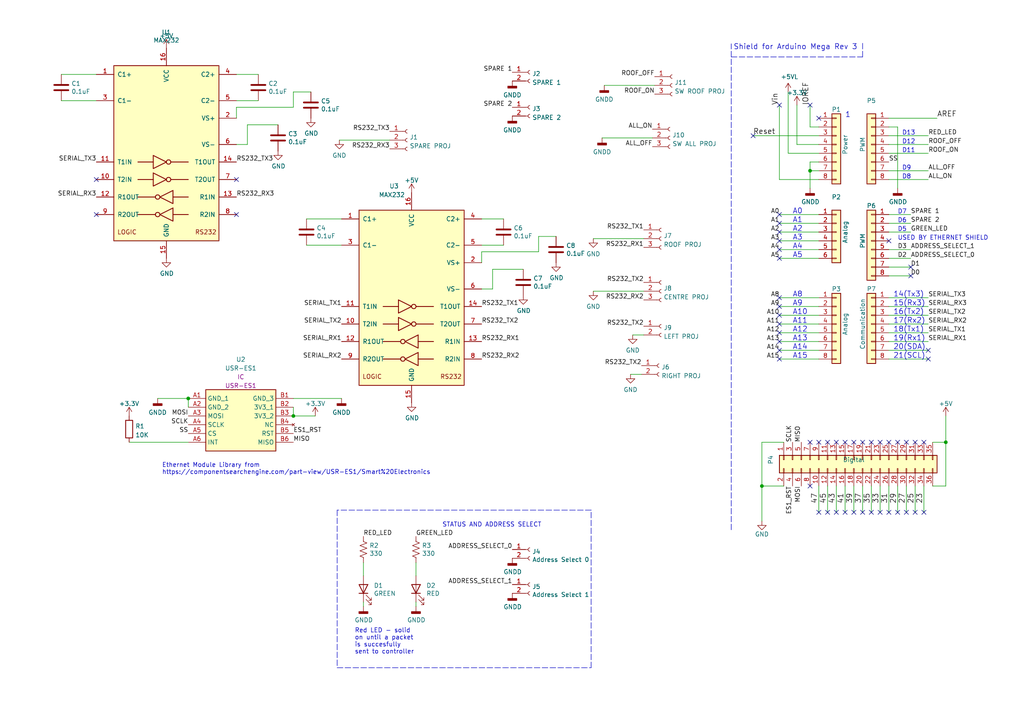
<source format=kicad_sch>
(kicad_sch (version 20211123) (generator eeschema)
  (paper "A4")
  (title_block (date "mar. 31 mars 2015"))
  (lib_symbols
    (symbol "Connector:Conn_01x02_Female" (pin_names (offset 1.016) hide)
      (property "Reference" "J" (at 0 2.54 0))
      (property "Value" "Conn_01x02_Female" (at 0 -5.08 0))
      (symbol "Conn_01x02_Female_1_1"
        (arc (start 0 -2.032) (mid -0.508 -2.54) (end 0 -3.048) (stroke (width 0.1524)))
        (polyline (pts (xy -1.27 -2.54) (xy -0.508 -2.54)) (stroke (width 0.1524)))
        (polyline (pts (xy -1.27 0) (xy -0.508 0)) (stroke (width 0.1524)))
        (arc (start 0 0.508) (mid -0.508 0) (end 0 -0.508) (stroke (width 0.1524)))
        (pin passive line (at -5.08 0 0) (length 3.81) (name "Pin_1") (number "1"))
        (pin passive line (at -5.08 -2.54 0) (length 3.81) (name "Pin_2") (number "2"))
      )
    )
    (symbol "Connector:Conn_01x03_Female" (pin_names (offset 1.016) hide)
      (property "Reference" "J" (at 0 5.08 0))
      (property "Value" "Conn_01x03_Female" (at 0 -5.08 0))
      (symbol "Conn_01x03_Female_1_1"
        (arc (start 0 -2.032) (mid -0.508 -2.54) (end 0 -3.048) (stroke (width 0.1524)))
        (polyline (pts (xy -1.27 -2.54) (xy -0.508 -2.54)) (stroke (width 0.1524)))
        (polyline (pts (xy -1.27 0) (xy -0.508 0)) (stroke (width 0.1524)))
        (polyline (pts (xy -1.27 2.54) (xy -0.508 2.54)) (stroke (width 0.1524)))
        (arc (start 0 0.508) (mid -0.508 0) (end 0 -0.508) (stroke (width 0.1524)))
        (arc (start 0 3.048) (mid -0.508 2.54) (end 0 2.032) (stroke (width 0.1524)))
        (pin passive line (at -5.08 2.54 0) (length 3.81) (name "Pin_1") (number "1"))
        (pin passive line (at -5.08 0 0) (length 3.81) (name "Pin_2") (number "2"))
        (pin passive line (at -5.08 -2.54 0) (length 3.81) (name "Pin_3") (number "3"))
      )
    )
    (symbol "Connector_Generic:Conn_01x06" (pin_names (offset 1.016) hide)
      (property "Reference" "J" (at 0 7.62 0))
      (property "Value" "Conn_01x06" (at 0 -10.16 0))
      (symbol "Conn_01x06_1_1"
        (rectangle (start -1.27 -7.493) (end 0 -7.747) (stroke (width 0.1524)))
        (rectangle (start -1.27 -4.953) (end 0 -5.207) (stroke (width 0.1524)))
        (rectangle (start -1.27 -2.413) (end 0 -2.667) (stroke (width 0.1524)))
        (rectangle (start -1.27 0.127) (end 0 -0.127) (stroke (width 0.1524)))
        (rectangle (start -1.27 2.667) (end 0 2.413) (stroke (width 0.1524)))
        (rectangle (start -1.27 5.207) (end 0 4.953) (stroke (width 0.1524)))
        (rectangle (start -1.27 6.35) (end 1.27 -8.89) (stroke (width 0.254)) (fill (type background)))
        (pin passive line (at -5.08 5.08 0) (length 3.81) (name "Pin_1") (number "1"))
        (pin passive line (at -5.08 2.54 0) (length 3.81) (name "Pin_2") (number "2"))
        (pin passive line (at -5.08 0 0) (length 3.81) (name "Pin_3") (number "3"))
        (pin passive line (at -5.08 -2.54 0) (length 3.81) (name "Pin_4") (number "4"))
        (pin passive line (at -5.08 -5.08 0) (length 3.81) (name "Pin_5") (number "5"))
        (pin passive line (at -5.08 -7.62 0) (length 3.81) (name "Pin_6") (number "6"))
      )
    )
    (symbol "Connector_Generic:Conn_01x08" (pin_names (offset 1.016) hide)
      (property "Reference" "J" (at 0 10.16 0))
      (property "Value" "Conn_01x08" (at 0 -12.7 0))
      (symbol "Conn_01x08_1_1"
        (rectangle (start -1.27 -10.033) (end 0 -10.287) (stroke (width 0.1524)))
        (rectangle (start -1.27 -7.493) (end 0 -7.747) (stroke (width 0.1524)))
        (rectangle (start -1.27 -4.953) (end 0 -5.207) (stroke (width 0.1524)))
        (rectangle (start -1.27 -2.413) (end 0 -2.667) (stroke (width 0.1524)))
        (rectangle (start -1.27 0.127) (end 0 -0.127) (stroke (width 0.1524)))
        (rectangle (start -1.27 2.667) (end 0 2.413) (stroke (width 0.1524)))
        (rectangle (start -1.27 5.207) (end 0 4.953) (stroke (width 0.1524)))
        (rectangle (start -1.27 7.747) (end 0 7.493) (stroke (width 0.1524)))
        (rectangle (start -1.27 8.89) (end 1.27 -11.43) (stroke (width 0.254)) (fill (type background)))
        (pin passive line (at -5.08 7.62 0) (length 3.81) (name "Pin_1") (number "1"))
        (pin passive line (at -5.08 5.08 0) (length 3.81) (name "Pin_2") (number "2"))
        (pin passive line (at -5.08 2.54 0) (length 3.81) (name "Pin_3") (number "3"))
        (pin passive line (at -5.08 0 0) (length 3.81) (name "Pin_4") (number "4"))
        (pin passive line (at -5.08 -2.54 0) (length 3.81) (name "Pin_5") (number "5"))
        (pin passive line (at -5.08 -5.08 0) (length 3.81) (name "Pin_6") (number "6"))
        (pin passive line (at -5.08 -7.62 0) (length 3.81) (name "Pin_7") (number "7"))
        (pin passive line (at -5.08 -10.16 0) (length 3.81) (name "Pin_8") (number "8"))
      )
    )
    (symbol "Connector_Generic:Conn_02x18_Odd_Even" (pin_names (offset 1.016) hide)
      (property "Reference" "J" (at 1.27 22.86 0))
      (property "Value" "Conn_02x18_Odd_Even" (at 1.27 -25.4 0))
      (symbol "Conn_02x18_Odd_Even_1_1"
        (rectangle (start -1.27 -22.733) (end 0 -22.987) (stroke (width 0.1524)))
        (rectangle (start -1.27 -20.193) (end 0 -20.447) (stroke (width 0.1524)))
        (rectangle (start -1.27 -17.653) (end 0 -17.907) (stroke (width 0.1524)))
        (rectangle (start -1.27 -15.113) (end 0 -15.367) (stroke (width 0.1524)))
        (rectangle (start -1.27 -12.573) (end 0 -12.827) (stroke (width 0.1524)))
        (rectangle (start -1.27 -10.033) (end 0 -10.287) (stroke (width 0.1524)))
        (rectangle (start -1.27 -7.493) (end 0 -7.747) (stroke (width 0.1524)))
        (rectangle (start -1.27 -4.953) (end 0 -5.207) (stroke (width 0.1524)))
        (rectangle (start -1.27 -2.413) (end 0 -2.667) (stroke (width 0.1524)))
        (rectangle (start -1.27 0.127) (end 0 -0.127) (stroke (width 0.1524)))
        (rectangle (start -1.27 2.667) (end 0 2.413) (stroke (width 0.1524)))
        (rectangle (start -1.27 5.207) (end 0 4.953) (stroke (width 0.1524)))
        (rectangle (start -1.27 7.747) (end 0 7.493) (stroke (width 0.1524)))
        (rectangle (start -1.27 10.287) (end 0 10.033) (stroke (width 0.1524)))
        (rectangle (start -1.27 12.827) (end 0 12.573) (stroke (width 0.1524)))
        (rectangle (start -1.27 15.367) (end 0 15.113) (stroke (width 0.1524)))
        (rectangle (start -1.27 17.907) (end 0 17.653) (stroke (width 0.1524)))
        (rectangle (start -1.27 20.447) (end 0 20.193) (stroke (width 0.1524)))
        (rectangle (start -1.27 21.59) (end 3.81 -24.13) (stroke (width 0.254)) (fill (type background)))
        (rectangle (start 3.81 -22.733) (end 2.54 -22.987) (stroke (width 0.1524)))
        (rectangle (start 3.81 -20.193) (end 2.54 -20.447) (stroke (width 0.1524)))
        (rectangle (start 3.81 -17.653) (end 2.54 -17.907) (stroke (width 0.1524)))
        (rectangle (start 3.81 -15.113) (end 2.54 -15.367) (stroke (width 0.1524)))
        (rectangle (start 3.81 -12.573) (end 2.54 -12.827) (stroke (width 0.1524)))
        (rectangle (start 3.81 -10.033) (end 2.54 -10.287) (stroke (width 0.1524)))
        (rectangle (start 3.81 -7.493) (end 2.54 -7.747) (stroke (width 0.1524)))
        (rectangle (start 3.81 -4.953) (end 2.54 -5.207) (stroke (width 0.1524)))
        (rectangle (start 3.81 -2.413) (end 2.54 -2.667) (stroke (width 0.1524)))
        (rectangle (start 3.81 0.127) (end 2.54 -0.127) (stroke (width 0.1524)))
        (rectangle (start 3.81 2.667) (end 2.54 2.413) (stroke (width 0.1524)))
        (rectangle (start 3.81 5.207) (end 2.54 4.953) (stroke (width 0.1524)))
        (rectangle (start 3.81 7.747) (end 2.54 7.493) (stroke (width 0.1524)))
        (rectangle (start 3.81 10.287) (end 2.54 10.033) (stroke (width 0.1524)))
        (rectangle (start 3.81 12.827) (end 2.54 12.573) (stroke (width 0.1524)))
        (rectangle (start 3.81 15.367) (end 2.54 15.113) (stroke (width 0.1524)))
        (rectangle (start 3.81 17.907) (end 2.54 17.653) (stroke (width 0.1524)))
        (rectangle (start 3.81 20.447) (end 2.54 20.193) (stroke (width 0.1524)))
        (pin passive line (at -5.08 20.32 0) (length 3.81) (name "Pin_1") (number "1"))
        (pin passive line (at 7.62 10.16 180) (length 3.81) (name "Pin_10") (number "10"))
        (pin passive line (at -5.08 7.62 0) (length 3.81) (name "Pin_11") (number "11"))
        (pin passive line (at 7.62 7.62 180) (length 3.81) (name "Pin_12") (number "12"))
        (pin passive line (at -5.08 5.08 0) (length 3.81) (name "Pin_13") (number "13"))
        (pin passive line (at 7.62 5.08 180) (length 3.81) (name "Pin_14") (number "14"))
        (pin passive line (at -5.08 2.54 0) (length 3.81) (name "Pin_15") (number "15"))
        (pin passive line (at 7.62 2.54 180) (length 3.81) (name "Pin_16") (number "16"))
        (pin passive line (at -5.08 0 0) (length 3.81) (name "Pin_17") (number "17"))
        (pin passive line (at 7.62 0 180) (length 3.81) (name "Pin_18") (number "18"))
        (pin passive line (at -5.08 -2.54 0) (length 3.81) (name "Pin_19") (number "19"))
        (pin passive line (at 7.62 20.32 180) (length 3.81) (name "Pin_2") (number "2"))
        (pin passive line (at 7.62 -2.54 180) (length 3.81) (name "Pin_20") (number "20"))
        (pin passive line (at -5.08 -5.08 0) (length 3.81) (name "Pin_21") (number "21"))
        (pin passive line (at 7.62 -5.08 180) (length 3.81) (name "Pin_22") (number "22"))
        (pin passive line (at -5.08 -7.62 0) (length 3.81) (name "Pin_23") (number "23"))
        (pin passive line (at 7.62 -7.62 180) (length 3.81) (name "Pin_24") (number "24"))
        (pin passive line (at -5.08 -10.16 0) (length 3.81) (name "Pin_25") (number "25"))
        (pin passive line (at 7.62 -10.16 180) (length 3.81) (name "Pin_26") (number "26"))
        (pin passive line (at -5.08 -12.7 0) (length 3.81) (name "Pin_27") (number "27"))
        (pin passive line (at 7.62 -12.7 180) (length 3.81) (name "Pin_28") (number "28"))
        (pin passive line (at -5.08 -15.24 0) (length 3.81) (name "Pin_29") (number "29"))
        (pin passive line (at -5.08 17.78 0) (length 3.81) (name "Pin_3") (number "3"))
        (pin passive line (at 7.62 -15.24 180) (length 3.81) (name "Pin_30") (number "30"))
        (pin passive line (at -5.08 -17.78 0) (length 3.81) (name "Pin_31") (number "31"))
        (pin passive line (at 7.62 -17.78 180) (length 3.81) (name "Pin_32") (number "32"))
        (pin passive line (at -5.08 -20.32 0) (length 3.81) (name "Pin_33") (number "33"))
        (pin passive line (at 7.62 -20.32 180) (length 3.81) (name "Pin_34") (number "34"))
        (pin passive line (at -5.08 -22.86 0) (length 3.81) (name "Pin_35") (number "35"))
        (pin passive line (at 7.62 -22.86 180) (length 3.81) (name "Pin_36") (number "36"))
        (pin passive line (at 7.62 17.78 180) (length 3.81) (name "Pin_4") (number "4"))
        (pin passive line (at -5.08 15.24 0) (length 3.81) (name "Pin_5") (number "5"))
        (pin passive line (at 7.62 15.24 180) (length 3.81) (name "Pin_6") (number "6"))
        (pin passive line (at -5.08 12.7 0) (length 3.81) (name "Pin_7") (number "7"))
        (pin passive line (at 7.62 12.7 180) (length 3.81) (name "Pin_8") (number "8"))
        (pin passive line (at -5.08 10.16 0) (length 3.81) (name "Pin_9") (number "9"))
      )
    )
    (symbol "Device:C" (pin_numbers hide) (pin_names (offset 0.254))
      (property "Reference" "C" (at 0.635 2.54 0))
      (property "Value" "C" (at 0.635 -2.54 0))
      (symbol "C_0_1"
        (polyline (pts (xy -2.032 -0.762) (xy 2.032 -0.762)) (stroke (width 0.508)))
        (polyline (pts (xy -2.032 0.762) (xy 2.032 0.762)) (stroke (width 0.508)))
      )
      (symbol "C_1_1"
        (pin passive line (at 0 3.81 270) (length 2.794) (name "~") (number "1"))
        (pin passive line (at 0 -3.81 90) (length 2.794) (name "~") (number "2"))
      )
    )
    (symbol "Device:LED" (pin_numbers hide) (pin_names (offset 1.016) hide)
      (property "Reference" "D" (at 0 2.54 0))
      (property "Value" "LED" (at 0 -2.54 0))
      (symbol "LED_0_1"
        (polyline (pts (xy -1.27 -1.27) (xy -1.27 1.27)) (stroke (width 0.254)))
        (polyline (pts (xy -1.27 0) (xy 1.27 0)))
        (polyline (pts (xy 1.27 -1.27) (xy 1.27 1.27) (xy -1.27 0) (xy 1.27 -1.27)) (stroke (width 0.254)))
        (polyline (pts (xy -3.048 -0.762) (xy -4.572 -2.286) (xy -3.81 -2.286) (xy -4.572 -2.286) (xy -4.572 -1.524)))
        (polyline (pts (xy -1.778 -0.762) (xy -3.302 -2.286) (xy -2.54 -2.286) (xy -3.302 -2.286) (xy -3.302 -1.524)))
      )
      (symbol "LED_1_1"
        (pin passive line (at -3.81 0 0) (length 2.54) (name "K") (number "1"))
        (pin passive line (at 3.81 0 180) (length 2.54) (name "A") (number "2"))
      )
    )
    (symbol "Device:R" (pin_numbers hide) (pin_names (offset 0))
      (property "Reference" "R" (at 2.032 0 90))
      (property "Value" "R" (at 0 0 90))
      (symbol "R_0_1"
        (rectangle (start -1.016 -2.54) (end 1.016 2.54) (stroke (width 0.254)))
      )
      (symbol "R_1_1"
        (pin passive line (at 0 3.81 270) (length 1.27) (name "~") (number "1"))
        (pin passive line (at 0 -3.81 90) (length 1.27) (name "~") (number "2"))
      )
    )
    (symbol "Device:R_US" (pin_numbers hide) (pin_names (offset 0))
      (property "Reference" "R" (at 2.54 0 90))
      (property "Value" "R_US" (at -2.54 0 90))
      (symbol "R_US_0_1"
        (polyline (pts (xy 0 -2.286) (xy 0 -2.54)))
        (polyline (pts (xy 0 2.286) (xy 0 2.54)))
        (polyline (pts (xy 0 -0.762) (xy 1.016 -1.143) (xy 0 -1.524) (xy -1.016 -1.905) (xy 0 -2.286)))
        (polyline (pts (xy 0 0.762) (xy 1.016 0.381) (xy 0 0) (xy -1.016 -0.381) (xy 0 -0.762)))
        (polyline (pts (xy 0 2.286) (xy 1.016 1.905) (xy 0 1.524) (xy -1.016 1.143) (xy 0 0.762)))
      )
      (symbol "R_US_1_1"
        (pin passive line (at 0 3.81 270) (length 1.27) (name "~") (number "1"))
        (pin passive line (at 0 -3.81 90) (length 1.27) (name "~") (number "2"))
      )
    )
    (symbol "Interface_UART:MAX232" (pin_names (offset 1.016))
      (property "Reference" "U" (at -2.54 28.575 0))
      (property "Value" "MAX232" (at -2.54 26.67 0))
      (symbol "MAX232_0_0"
        (text "LOGIC" (at -11.43 -22.86 0) (effects (font (size 1.27 1.27))))
        (text "RS232" (at 11.43 -22.86 0) (effects (font (size 1.27 1.27))))
      )
      (symbol "MAX232_0_1"
        (rectangle (start -15.24 -25.4) (end 15.24 25.4) (stroke (width 0.254)) (fill (type background)))
        (circle (center -2.54 -17.78) (radius 0.635) (stroke (width 0.254)))
        (circle (center -2.54 -12.7) (radius 0.635) (stroke (width 0.254)))
        (polyline (pts (xy -3.81 -7.62) (xy -8.255 -7.62)) (stroke (width 0.254)))
        (polyline (pts (xy -3.81 -2.54) (xy -8.255 -2.54)) (stroke (width 0.254)))
        (polyline (pts (xy -3.175 -17.78) (xy -8.255 -17.78)) (stroke (width 0.254)))
        (polyline (pts (xy -3.175 -12.7) (xy -8.255 -12.7)) (stroke (width 0.254)))
        (polyline (pts (xy 1.27 -7.62) (xy 6.35 -7.62)) (stroke (width 0.254)))
        (polyline (pts (xy 1.27 -2.54) (xy 6.35 -2.54)) (stroke (width 0.254)))
        (polyline (pts (xy 1.905 -17.78) (xy 6.35 -17.78)) (stroke (width 0.254)))
        (polyline (pts (xy 1.905 -12.7) (xy 6.35 -12.7)) (stroke (width 0.254)))
        (polyline (pts (xy -3.81 -5.715) (xy -3.81 -9.525) (xy 0 -7.62) (xy -3.81 -5.715)) (stroke (width 0.254)))
        (polyline (pts (xy -3.81 -0.635) (xy -3.81 -4.445) (xy 0 -2.54) (xy -3.81 -0.635)) (stroke (width 0.254)))
        (polyline (pts (xy 1.905 -15.875) (xy 1.905 -19.685) (xy -1.905 -17.78) (xy 1.905 -15.875)) (stroke (width 0.254)))
        (polyline (pts (xy 1.905 -10.795) (xy 1.905 -14.605) (xy -1.905 -12.7) (xy 1.905 -10.795)) (stroke (width 0.254)))
        (circle (center 0.635 -7.62) (radius 0.635) (stroke (width 0.254)))
        (circle (center 0.635 -2.54) (radius 0.635) (stroke (width 0.254)))
      )
      (symbol "MAX232_1_1"
        (pin passive line (at -20.32 22.86 0) (length 5.08) (name "C1+") (number "1"))
        (pin input line (at -20.32 -7.62 0) (length 5.08) (name "T2IN") (number "10"))
        (pin input line (at -20.32 -2.54 0) (length 5.08) (name "T1IN") (number "11"))
        (pin output line (at -20.32 -12.7 0) (length 5.08) (name "R1OUT") (number "12"))
        (pin input line (at 20.32 -12.7 180) (length 5.08) (name "R1IN") (number "13"))
        (pin output line (at 20.32 -2.54 180) (length 5.08) (name "T1OUT") (number "14"))
        (pin power_in line (at 0 -30.48 90) (length 5.08) (name "GND") (number "15"))
        (pin power_in line (at 0 30.48 270) (length 5.08) (name "VCC") (number "16"))
        (pin power_out line (at 20.32 10.16 180) (length 5.08) (name "VS+") (number "2"))
        (pin passive line (at -20.32 15.24 0) (length 5.08) (name "C1-") (number "3"))
        (pin passive line (at 20.32 22.86 180) (length 5.08) (name "C2+") (number "4"))
        (pin passive line (at 20.32 15.24 180) (length 5.08) (name "C2-") (number "5"))
        (pin power_out line (at 20.32 2.54 180) (length 5.08) (name "VS-") (number "6"))
        (pin output line (at 20.32 -7.62 180) (length 5.08) (name "T2OUT") (number "7"))
        (pin input line (at 20.32 -17.78 180) (length 5.08) (name "R2IN") (number "8"))
        (pin output line (at -20.32 -17.78 0) (length 5.08) (name "R2OUT") (number "9"))
      )
    )
    (symbol "USR-ES1:USR-ES1"
      (property "Value" "USR-ES1" (at 0 0 0))
      (property "Reference_1" "IC" (at 26.67 7.62 0))
      (property "Value_1" "USR-ES1" (at 26.67 5.08 0))
      (symbol "USR-ES1_1_1"
        (rectangle (start 5.08 2.54) (end 25.4 -15.24) (stroke (width 0.254)) (fill (type background)))
        (pin passive line (at 0 0 0) (length 5.08) (name "GND_1") (number "A1"))
        (pin passive line (at 0 -2.54 0) (length 5.08) (name "GND_2") (number "A2"))
        (pin passive line (at 0 -5.08 0) (length 5.08) (name "MOSI") (number "A3"))
        (pin passive line (at 0 -7.62 0) (length 5.08) (name "SCLK") (number "A4"))
        (pin passive line (at 0 -10.16 0) (length 5.08) (name "CS") (number "A5"))
        (pin passive line (at 0 -12.7 0) (length 5.08) (name "INT") (number "A6"))
        (pin passive line (at 30.48 0 180) (length 5.08) (name "GND_3") (number "B1"))
        (pin passive line (at 30.48 -2.54 180) (length 5.08) (name "3V3_1") (number "B2"))
        (pin passive line (at 30.48 -5.08 180) (length 5.08) (name "3V3_2") (number "B3"))
        (pin no_connect line (at 30.48 -7.62 180) (length 5.08) (name "NC") (number "B4"))
        (pin passive line (at 30.48 -10.16 180) (length 5.08) (name "RST") (number "B5"))
        (pin passive line (at 30.48 -12.7 180) (length 5.08) (name "MISO") (number "B6"))
      )
    )
    (symbol "power:+3.3V" (power) (pin_names (offset 0))
      (property "Value" "+3.3V" (at 0 3.556 0))
      (symbol "+3.3V_0_1"
        (polyline (pts (xy -0.762 1.27) (xy 0 2.54)))
        (polyline (pts (xy 0 0) (xy 0 2.54)))
        (polyline (pts (xy 0 2.54) (xy 0.762 1.27)))
      )
      (symbol "+3.3V_1_1"
        (pin power_in line (at 0 0 90) (length 0) hide (name "+3.3V") (number "1"))
      )
    )
    (symbol "power:+5V" (power) (pin_names (offset 0))
      (property "Value" "+5V" (at 0 3.556 0))
      (symbol "+5V_0_1"
        (polyline (pts (xy -0.762 1.27) (xy 0 2.54)))
        (polyline (pts (xy 0 0) (xy 0 2.54)))
        (polyline (pts (xy 0 2.54) (xy 0.762 1.27)))
      )
      (symbol "+5V_1_1"
        (pin power_in line (at 0 0 90) (length 0) hide (name "+5V") (number "1"))
      )
    )
    (symbol "power:+5VL" (power) (pin_names (offset 0))
      (property "Value" "+5VL" (at 0 3.556 0))
      (symbol "+5VL_0_1"
        (polyline (pts (xy -0.762 1.27) (xy 0 2.54)))
        (polyline (pts (xy 0 0) (xy 0 2.54)))
        (polyline (pts (xy 0 2.54) (xy 0.762 1.27)))
      )
      (symbol "+5VL_1_1"
        (pin power_in line (at 0 0 90) (length 0) hide (name "+5VL") (number "1"))
      )
    )
    (symbol "power:GND" (power) (pin_names (offset 0))
      (property "Value" "GND" (at 0 -3.81 0))
      (symbol "GND_0_1"
        (polyline (pts (xy 0 0) (xy 0 -1.27) (xy 1.27 -1.27) (xy 0 -2.54) (xy -1.27 -1.27) (xy 0 -1.27)))
      )
      (symbol "GND_1_1"
        (pin power_in line (at 0 0 270) (length 0) hide (name "GND") (number "1"))
      )
    )
    (symbol "power:GNDD" (power) (pin_names (offset 0))
      (property "Value" "GNDD" (at 0 -3.175 0))
      (symbol "GNDD_0_1"
        (rectangle (start -1.27 -1.524) (end 1.27 -2.032) (stroke (width 0.254)) (fill (type outline)))
        (polyline (pts (xy 0 0) (xy 0 -1.524)))
      )
      (symbol "GNDD_1_1"
        (pin power_in line (at 0 0 270) (length 0) hide (name "GNDD") (number "1"))
      )
    )
  )
  (junction (at 85.09 120.65))
  (junction (at 220.98 140.97))
  (junction (at 234.95 49.53))
  (junction (at 54.61 115.57))
  (junction (at 274.32 128.27))
  (no_connect (at 68.58 62.23))
  (no_connect (at 68.58 52.07))
  (no_connect (at 27.94 52.07))
  (no_connect (at 27.94 62.23))
  (no_connect (at 257.81 69.85))
  (no_connect (at 226.06 96.52))
  (no_connect (at 264.16 80.01))
  (no_connect (at 226.06 30.48))
  (no_connect (at 234.95 140.97))
  (no_connect (at 264.16 77.47))
  (no_connect (at 226.06 99.06))
  (no_connect (at 267.97 148.59))
  (no_connect (at 265.43 148.59))
  (no_connect (at 262.89 148.59))
  (no_connect (at 252.73 148.59))
  (no_connect (at 250.19 148.59))
  (no_connect (at 247.65 148.59))
  (no_connect (at 260.35 148.59))
  (no_connect (at 257.81 148.59))
  (no_connect (at 267.97 128.27))
  (no_connect (at 265.43 128.27))
  (no_connect (at 262.89 128.27))
  (no_connect (at 260.35 128.27))
  (no_connect (at 257.81 128.27))
  (no_connect (at 255.27 128.27))
  (no_connect (at 252.73 128.27))
  (no_connect (at 250.19 128.27))
  (no_connect (at 255.27 148.59))
  (no_connect (at 245.11 148.59))
  (no_connect (at 242.57 148.59))
  (no_connect (at 234.95 128.27))
  (no_connect (at 247.65 128.27))
  (no_connect (at 245.11 128.27))
  (no_connect (at 242.57 128.27))
  (no_connect (at 240.03 128.27))
  (no_connect (at 237.49 128.27))
  (no_connect (at 240.03 148.59))
  (no_connect (at 237.49 148.59))
  (no_connect (at 226.06 72.39))
  (no_connect (at 226.06 62.23))
  (no_connect (at 226.06 64.77))
  (no_connect (at 226.06 67.31))
  (no_connect (at 226.06 69.85))
  (no_connect (at 226.06 104.14))
  (no_connect (at 226.06 74.93))
  (no_connect (at 269.24 101.6))
  (no_connect (at 269.24 104.14))
  (no_connect (at 218.44 39.37))
  (no_connect (at 234.95 30.48))
  (no_connect (at 226.06 101.6))
  (no_connect (at 226.06 93.98))
  (no_connect (at 226.06 88.9))
  (no_connect (at 226.06 91.44))
  (no_connect (at 237.49 34.29))
  (no_connect (at 226.06 86.36))
  (wire (pts (xy 257.81 99.06) (xy 269.24 99.06)))
  (wire (pts (xy 172.085 84.455) (xy 186.69 84.455)))
  (wire (pts (xy 237.49 49.53) (xy 234.95 49.53)))
  (wire (pts (xy 85.09 26.67) (xy 85.09 31.115)))
  (wire (pts (xy 74.93 21.59) (xy 68.58 21.59)))
  (wire (pts (xy 175.26 24.765) (xy 189.865 24.765)))
  (wire (pts (xy 161.29 68.58) (xy 156.21 68.58)))
  (wire (pts (xy 252.73 140.97) (xy 252.73 148.59)))
  (wire (pts (xy 99.06 71.12) (xy 88.9 71.12)))
  (wire (pts (xy 257.81 88.9) (xy 269.24 88.9)))
  (wire (pts (xy 85.09 115.57) (xy 99.06 115.57)))
  (wire (pts (xy 71.755 41.91) (xy 71.755 36.195)))
  (wire (pts (xy 142.875 78.105) (xy 151.765 78.105)))
  (wire (pts (xy 257.81 74.93) (xy 264.16 74.93)))
  (wire (pts (xy 226.06 52.07) (xy 226.06 30.48)))
  (wire (pts (xy 146.05 71.12) (xy 139.7 71.12)))
  (wire (pts (xy 237.49 91.44) (xy 226.06 91.44)))
  (wire (pts (xy 237.49 67.31) (xy 226.06 67.31)))
  (wire (pts (xy 220.98 140.97) (xy 220.98 151.13)))
  (wire (pts (xy 269.24 96.52) (xy 257.81 96.52)))
  (wire (pts (xy 120.65 174.625) (xy 120.65 175.895)))
  (wire (pts (xy 257.81 52.07) (xy 269.24 52.07)))
  (wire (pts (xy 274.32 140.97) (xy 270.51 140.97)))
  (wire (pts (xy 99.06 63.5) (xy 88.9 63.5)))
  (wire (pts (xy 27.94 29.21) (xy 17.78 29.21)))
  (wire (pts (xy 269.24 41.91) (xy 257.81 41.91)))
  (wire (pts (xy 226.06 93.98) (xy 237.49 93.98)))
  (wire (pts (xy 237.49 62.23) (xy 226.06 62.23)))
  (wire (pts (xy 231.14 30.48) (xy 231.14 41.91)))
  (wire (pts (xy 264.16 67.31) (xy 257.81 67.31)))
  (wire (pts (xy 269.24 86.36) (xy 257.81 86.36)))
  (wire (pts (xy 245.11 140.97) (xy 245.11 148.59)))
  (wire (pts (xy 183.515 97.155) (xy 186.69 97.155)))
  (wire (pts (xy 226.06 88.9) (xy 237.49 88.9)))
  (wire (pts (xy 156.21 73.025) (xy 139.7 73.025)))
  (wire (pts (xy 45.72 115.57) (xy 54.61 115.57)))
  (wire (pts (xy 90.17 26.67) (xy 85.09 26.67)))
  (wire (pts (xy 226.06 64.77) (xy 237.49 64.77)))
  (wire (pts (xy 250.19 140.97) (xy 250.19 148.59)))
  (wire (pts (xy 156.21 68.58) (xy 156.21 73.025)))
  (wire (pts (xy 85.09 118.11) (xy 85.09 120.65)))
  (wire (pts (xy 71.755 36.195) (xy 80.645 36.195)))
  (wire (pts (xy 237.49 86.36) (xy 226.06 86.36)))
  (wire (pts (xy 260.35 140.97) (xy 260.35 148.59)))
  (wire (pts (xy 260.35 54.61) (xy 260.35 36.83)))
  (polyline (pts (xy 212.09 16.51) (xy 250.19 16.51)))
  (wire (pts (xy 257.81 39.37) (xy 269.24 39.37)))
  (wire (pts (xy 37.465 128.27) (xy 54.61 128.27)))
  (wire (pts (xy 257.81 140.97) (xy 257.81 148.59)))
  (wire (pts (xy 257.81 93.98) (xy 269.24 93.98)))
  (wire (pts (xy 267.97 140.97) (xy 267.97 148.59)))
  (wire (pts (xy 27.94 21.59) (xy 17.78 21.59)))
  (wire (pts (xy 226.06 99.06) (xy 237.49 99.06)))
  (wire (pts (xy 105.41 174.625) (xy 105.41 175.895)))
  (wire (pts (xy 172.085 69.215) (xy 186.69 69.215)))
  (wire (pts (xy 74.93 29.21) (xy 68.58 29.21)))
  (wire (pts (xy 226.06 69.85) (xy 237.49 69.85)))
  (wire (pts (xy 237.49 36.83) (xy 234.95 36.83)))
  (wire (pts (xy 85.09 120.65) (xy 91.44 120.65)))
  (wire (pts (xy 237.49 72.39) (xy 226.06 72.39)))
  (wire (pts (xy 68.58 41.91) (xy 71.755 41.91)))
  (wire (pts (xy 218.44 39.37) (xy 237.49 39.37)))
  (wire (pts (xy 257.81 104.14) (xy 269.24 104.14)))
  (wire (pts (xy 234.95 49.53) (xy 234.95 54.61)))
  (polyline (pts (xy 97.79 147.955) (xy 97.79 193.675)))
  (wire (pts (xy 257.81 34.29) (xy 271.78 34.29)))
  (wire (pts (xy 274.32 120.65) (xy 274.32 128.27)))
  (wire (pts (xy 269.24 91.44) (xy 257.81 91.44)))
  (wire (pts (xy 240.03 140.97) (xy 240.03 148.59)))
  (wire (pts (xy 274.32 128.27) (xy 274.32 140.97)))
  (wire (pts (xy 237.49 52.07) (xy 226.06 52.07)))
  (wire (pts (xy 231.14 41.91) (xy 237.49 41.91)))
  (wire (pts (xy 54.61 115.57) (xy 54.61 118.11)))
  (wire (pts (xy 139.7 73.025) (xy 139.7 76.2)))
  (wire (pts (xy 139.7 83.82) (xy 142.875 83.82)))
  (wire (pts (xy 237.49 140.97) (xy 237.49 148.59)))
  (wire (pts (xy 174.625 40.005) (xy 189.23 40.005)))
  (wire (pts (xy 264.16 72.39) (xy 257.81 72.39)))
  (wire (pts (xy 220.98 128.27) (xy 220.98 140.97)))
  (wire (pts (xy 257.81 64.77) (xy 264.16 64.77)))
  (polyline (pts (xy 250.19 16.51) (xy 250.19 12.065)))
  (wire (pts (xy 226.06 104.14) (xy 237.49 104.14)))
  (wire (pts (xy 85.09 31.115) (xy 68.58 31.115)))
  (wire (pts (xy 68.58 31.115) (xy 68.58 34.29)))
  (wire (pts (xy 269.24 101.6) (xy 257.81 101.6)))
  (wire (pts (xy 265.43 140.97) (xy 265.43 148.59)))
  (wire (pts (xy 264.16 77.47) (xy 257.81 77.47)))
  (wire (pts (xy 226.06 74.93) (xy 237.49 74.93)))
  (wire (pts (xy 227.33 128.27) (xy 220.98 128.27)))
  (wire (pts (xy 257.81 80.01) (xy 264.16 80.01)))
  (polyline (pts (xy 171.45 147.955) (xy 97.79 147.955)))
  (wire (pts (xy 264.16 62.23) (xy 257.81 62.23)))
  (wire (pts (xy 228.6 44.45) (xy 237.49 44.45)))
  (wire (pts (xy 120.65 163.195) (xy 120.65 167.005)))
  (polyline (pts (xy 171.45 193.675) (xy 171.45 147.955)))
  (wire (pts (xy 237.49 46.99) (xy 234.95 46.99)))
  (wire (pts (xy 242.57 140.97) (xy 242.57 148.59)))
  (wire (pts (xy 228.6 26.67) (xy 228.6 44.45)))
  (wire (pts (xy 234.95 36.83) (xy 234.95 30.48)))
  (polyline (pts (xy 212.09 153.67) (xy 212.09 12.7)))
  (wire (pts (xy 105.41 163.195) (xy 105.41 167.005)))
  (wire (pts (xy 98.425 40.64) (xy 113.03 40.64)))
  (wire (pts (xy 237.49 96.52) (xy 226.06 96.52)))
  (wire (pts (xy 237.49 101.6) (xy 226.06 101.6)))
  (wire (pts (xy 255.27 140.97) (xy 255.27 148.59)))
  (wire (pts (xy 146.05 63.5) (xy 139.7 63.5)))
  (wire (pts (xy 269.24 49.53) (xy 257.81 49.53)))
  (wire (pts (xy 262.89 140.97) (xy 262.89 148.59)))
  (wire (pts (xy 274.32 128.27) (xy 270.51 128.27)))
  (wire (pts (xy 260.35 36.83) (xy 257.81 36.83)))
  (wire (pts (xy 247.65 140.97) (xy 247.65 148.59)))
  (wire (pts (xy 257.81 44.45) (xy 269.24 44.45)))
  (wire (pts (xy 142.875 83.82) (xy 142.875 78.105)))
  (polyline (pts (xy 97.79 193.675) (xy 171.45 193.675)))
  (wire (pts (xy 234.95 46.99) (xy 234.95 49.53)))
  (wire (pts (xy 227.33 140.97) (xy 220.98 140.97)))
  (wire (pts (xy 182.88 108.585) (xy 186.055 108.585)))
  (text "A10" (at 229.87 91.44 0) (effects (font (size 1.524 1.524)) (justify left bottom)))
  (text "14(Tx3)" (at 259.08 86.36 0) (effects (font (size 1.524 1.524)) (justify left bottom)))
  (text "21(SCL)" (at 259.08 104.14 0) (effects (font (size 1.524 1.524)) (justify left bottom)))
  (text "A4" (at 229.87 72.39 0) (effects (font (size 1.524 1.524)) (justify left bottom)))
  (text "USED BY ETHERNET SHIELD" (at 260.35 69.85 0) (effects (font (size 1.27 1.27)) (justify left bottom)))
  (text "A9" (at 229.87 88.9 0) (effects (font (size 1.524 1.524)) (justify left bottom)))
  (text "20(SDA)" (at 259.08 101.6 0) (effects (font (size 1.524 1.524)) (justify left bottom)))
  (text "A5" (at 229.87 74.93 0) (effects (font (size 1.524 1.524)) (justify left bottom)))
  (text "A2" (at 229.87 67.31 0) (effects (font (size 1.524 1.524)) (justify left bottom)))
  (text "A1" (at 229.87 64.77 0) (effects (font (size 1.524 1.524)) (justify left bottom)))
  (text "A15" (at 229.87 104.14 0) (effects (font (size 1.524 1.524)) (justify left bottom)))
  (text "A13" (at 229.87 99.06 0) (effects (font (size 1.524 1.524)) (justify left bottom)))
  (text "17(Rx2)" (at 259.08 93.98 0) (effects (font (size 1.524 1.524)) (justify left bottom)))
  (text "D12" (at 261.62 41.91 0) (effects (font (size 1.27 1.27)) (justify left bottom)))
  (text "A0" (at 229.87 62.23 0) (effects (font (size 1.524 1.524)) (justify left bottom)))
  (text "A11" (at 229.87 93.98 0) (effects (font (size 1.524 1.524)) (justify left bottom)))
  (text "D13" (at 261.62 39.37 0) (effects (font (size 1.27 1.27)) (justify left bottom)))
  (text "D9" (at 261.62 49.53 0) (effects (font (size 1.27 1.27)) (justify left bottom)))
  (text "16(Tx2)" (at 259.08 91.44 0) (effects (font (size 1.524 1.524)) (justify left bottom)))
  (text "Red LED - solid\non until a packet\nis succesfully \nsent to controller" (at 102.87 189.865 0) (effects (font (size 1.27 1.27)) (justify left bottom)))
  (text "18(Tx1)" (at 259.08 96.52 0) (effects (font (size 1.524 1.524)) (justify left bottom)))
  (text "19(Rx1)" (at 259.08 99.06 0) (effects (font (size 1.524 1.524)) (justify left bottom)))
  (text "D8" (at 261.62 52.07 0) (effects (font (size 1.27 1.27)) (justify left bottom)))
  (text "1" (at 245.11 34.29 0) (effects (font (size 1.524 1.524)) (justify left bottom)))
  (text "15(Rx3)" (at 259.08 88.9 0) (effects (font (size 1.524 1.524)) (justify left bottom)))
  (text "A8" (at 229.87 86.36 0) (effects (font (size 1.524 1.524)) (justify left bottom)))
  (text "D11" (at 261.62 44.45 0) (effects (font (size 1.27 1.27)) (justify left bottom)))
  (text "A3" (at 229.87 69.85 0) (effects (font (size 1.524 1.524)) (justify left bottom)))
  (text "Shield for Arduino Mega Rev 3" (at 212.725 14.605 0) (effects (font (size 1.524 1.524)) (justify left bottom)))
  (text "A14" (at 229.87 101.6 0) (effects (font (size 1.524 1.524)) (justify left bottom)))
  (text "Ethernet Module Library from \nhttps://componentsearchengine.com/part-view/USR-ES1/Smart%20Electronics" (at 46.99 137.795 0) (effects (font (size 1.27 1.27)) (justify left bottom)))
  (text "STATUS AND ADDRESS SELECT" (at 128.27 153.035 0) (effects (font (size 1.27 1.27)) (justify left bottom)))
  (text "D5" (at 260.35 67.31 0) (effects (font (size 1.27 1.27)) (justify left bottom)))
  (text "D7" (at 260.35 62.23 0) (effects (font (size 1.27 1.27)) (justify left bottom)))
  (text "A12" (at 229.87 96.52 0) (effects (font (size 1.524 1.524)) (justify left bottom)))
  (text "D6" (at 260.35 64.77 0) (effects (font (size 1.27 1.27)) (justify left bottom)))
  (label "RS232_RX3" (at 113.03 43.18 180))
  (label "RS232_TX2" (at 186.69 81.915 180))
  (label "RED_LED" (at 105.41 155.575 0))
  (label "39" (at 247.65 146.05 90) (effects (font (size 1.524 1.524))))
  (label "A9" (at 226.06 88.9 180))
  (label "ROOF_ON" (at 269.24 44.45 0))
  (label "A1" (at 226.06 64.77 180))
  (label "SERIAL_TX1" (at 269.24 96.52 0))
  (label "Reset" (at 218.44 39.37 0) (effects (font (size 1.524 1.524))))
  (label "ES1_RST" (at 85.09 125.73 0))
  (label "31" (at 257.81 146.05 90) (effects (font (size 1.524 1.524))))
  (label "ADDRESS_SELECT_0" (at 264.16 74.93 0))
  (label "27" (at 262.89 146.05 90) (effects (font (size 1.524 1.524))))
  (label "RS232_TX1" (at 186.69 66.675 180))
  (label "SERIAL_TX1" (at 99.06 88.9 180))
  (label "A11" (at 226.06 93.98 180))
  (label "IOREF" (at 234.95 30.48 90) (effects (font (size 1.524 1.524))))
  (label "A0" (at 226.06 62.23 180))
  (label "ES1_RST" (at 229.87 140.97 270))
  (label "RS232_TX2" (at 139.7 93.98 0))
  (label "RS232_RX1" (at 186.69 71.755 180))
  (label "SERIAL_TX2" (at 99.06 93.98 180))
  (label "D0" (at 264.16 80.01 0))
  (label "MISO" (at 85.09 128.27 0))
  (label "RS232_RX1" (at 139.7 99.06 0))
  (label "A8" (at 226.06 86.36 180))
  (label "A5" (at 226.06 74.93 180))
  (label "RS232_TX2" (at 186.69 94.615 180))
  (label "47" (at 237.49 146.05 90) (effects (font (size 1.524 1.524))))
  (label "MOSI" (at 232.41 140.97 270))
  (label "SPARE 2" (at 148.59 31.115 180))
  (label "SERIAL_RX2" (at 99.06 104.14 180))
  (label "A14" (at 226.06 101.6 180))
  (label "ADDRESS_SELECT_1" (at 148.59 169.545 180))
  (label "ALL_OFF" (at 189.23 42.545 180))
  (label "ROOF_OFF" (at 189.865 22.225 180))
  (label "RS232_TX3" (at 68.58 46.99 0))
  (label "35" (at 252.73 146.05 90) (effects (font (size 1.524 1.524))))
  (label "33" (at 255.27 146.05 90) (effects (font (size 1.524 1.524))))
  (label "41" (at 245.11 146.05 90) (effects (font (size 1.524 1.524))))
  (label "GREEN_LED" (at 264.16 67.31 0))
  (label "GREEN_LED" (at 120.65 155.575 0))
  (label "SERIAL_TX3" (at 27.94 46.99 180))
  (label "SPARE 1" (at 148.59 20.955 180))
  (label "MOSI" (at 54.61 120.65 180))
  (label "29" (at 260.35 146.05 90) (effects (font (size 1.524 1.524))))
  (label "SPARE 2" (at 264.16 64.77 0))
  (label "RS232_TX2" (at 186.055 106.045 180))
  (label "SS" (at 54.61 125.73 180))
  (label "A15" (at 226.06 104.14 180))
  (label "ROOF_OFF" (at 269.24 41.91 0))
  (label "RED_LED" (at 269.24 39.37 0))
  (label "A12" (at 226.06 96.52 180))
  (label "A13" (at 226.06 99.06 180))
  (label "23" (at 267.97 146.05 90) (effects (font (size 1.524 1.524))))
  (label "D2" (at 260.35 74.93 0))
  (label "D1" (at 264.16 77.47 0))
  (label "RS232_TX1" (at 139.7 88.9 0))
  (label "ALL_OFF" (at 269.24 49.53 0))
  (label "43" (at 242.57 146.05 90) (effects (font (size 1.524 1.524))))
  (label "A10" (at 226.06 91.44 180))
  (label "45" (at 240.03 146.05 90) (effects (font (size 1.524 1.524))))
  (label "SCLK" (at 229.87 128.27 90))
  (label "ADDRESS_SELECT_0" (at 148.59 159.385 180))
  (label "ADDRESS_SELECT_1" (at 264.16 72.39 0))
  (label "SERIAL_RX3" (at 27.94 57.15 180))
  (label "ALL_ON" (at 189.23 37.465 180))
  (label "A4" (at 226.06 72.39 180))
  (label "MISO" (at 232.41 128.27 90))
  (label "SERIAL_TX2" (at 269.24 91.44 0))
  (label "RS232_RX2" (at 186.69 86.995 180))
  (label "A3" (at 226.06 69.85 180))
  (label "SS" (at 257.81 46.99 0))
  (label "SERIAL_RX1" (at 99.06 99.06 180))
  (label "D3" (at 260.35 72.39 0))
  (label "ALL_ON" (at 269.24 52.07 0))
  (label "25" (at 265.43 146.05 90) (effects (font (size 1.524 1.524))))
  (label "SERIAL_RX2" (at 269.24 93.98 0))
  (label "SERIAL_TX3" (at 269.24 86.36 0))
  (label "ROOF_ON" (at 189.865 27.305 180))
  (label "SERIAL_RX1" (at 269.24 99.06 0))
  (label "SERIAL_RX3" (at 269.24 88.9 0))
  (label "RS232_RX3" (at 68.58 57.15 0))
  (label "A2" (at 226.06 67.31 180))
  (label "37" (at 250.19 146.05 90) (effects (font (size 1.524 1.524))))
  (label "Vin" (at 226.06 30.48 90) (effects (font (size 1.524 1.524))))
  (label "RS232_RX2" (at 139.7 104.14 0))
  (label "AREF" (at 271.78 34.29 0) (effects (font (size 1.524 1.524))))
  (label "SPARE 1" (at 264.16 62.23 0))
  (label "SCLK" (at 54.61 123.19 180))
  (label "RS232_TX3" (at 113.03 38.1 180))
  (symbol (lib_id "Connector_Generic:Conn_01x08") (at 242.57 41.91 0) (unit 1)
    (property "Reference" "P1" (at 242.57 31.75 0))
    (property "Value" "Power" (at 245.11 41.91 90))
    (property "Footprint" "Socket_Arduino_Mega:Socket_Strip_Arduino_1x08" (effects hide))
  )
  (symbol (lib_id "Connector_Generic:Conn_01x08") (at 252.73 41.91 0) (mirror y) (unit 1)
    (property "Reference" "P5" (at 252.73 29.21 0))
    (property "Value" "PWM" (at 250.19 41.91 90))
    (property "Footprint" "Connector_PinHeader_2.54mm:PinHeader_1x08_P2.54mm_Vertical" (effects hide))
  )
  (symbol (lib_id "Connector_Generic:Conn_01x06") (at 242.57 67.31 0) (unit 1)
    (property "Reference" "P2" (at 242.57 57.15 0))
    (property "Value" "Analog" (at 245.11 67.31 90))
    (property "Footprint" "Connector_PinHeader_2.54mm:PinHeader_1x06_P2.54mm_Vertical" (effects hide))
  )
  (symbol (lib_id "Connector_Generic:Conn_01x08") (at 252.73 69.85 0) (mirror y) (unit 1)
    (property "Reference" "P6" (at 252.73 59.69 0))
    (property "Value" "PWM" (at 250.19 69.85 90))
    (property "Footprint" "Socket_Arduino_Mega:Socket_Strip_Arduino_1x08" (effects hide))
  )
  (symbol (lib_id "Connector_Generic:Conn_01x08") (at 242.57 93.98 0) (unit 1)
    (property "Reference" "P3" (at 242.57 83.82 0))
    (property "Value" "Analog" (at 245.11 93.98 90))
    (property "Footprint" "Socket_Arduino_Mega:Socket_Strip_Arduino_1x08" (effects hide))
  )
  (symbol (lib_id "Connector_Generic:Conn_01x08") (at 252.73 93.98 0) (mirror y) (unit 1)
    (property "Reference" "P7" (at 252.73 83.82 0))
    (property "Value" "Communication" (at 250.19 93.98 90))
    (property "Footprint" "Socket_Arduino_Mega:Socket_Strip_Arduino_1x08" (effects hide))
  )
  (symbol (lib_id "Connector_Generic:Conn_02x18_Odd_Even") (at 247.65 133.35 90) (mirror x) (unit 1)
    (property "Reference" "P4" (at 223.52 133.35 0))
    (property "Value" "Digital" (at 247.65 133.35 90))
    (property "Footprint" "Socket_Arduino_Mega:Socket_Strip_Arduino_2x18" (effects hide))
  )
  (symbol (lib_id "power:GND") (at 220.98 151.13 0) (unit 1)
    (property "Reference" "#PWR026" (effects hide))
    (property "Value" "GND" (at 220.98 154.94 0))
  )
  (symbol (lib_id "power:+5V") (at 274.32 120.65 0) (unit 1)
    (property "Reference" "#PWR031" (effects hide))
    (property "Value" "+5V" (at 274.32 117.094 0))
  )
  (symbol (lib_id "Device:LED") (at 105.41 170.815 90) (unit 1)
    (property "Reference" "D1" (at 108.4072 169.8244 90) (effects (justify right)))
    (property "Value" "GREEN" (at 108.4072 172.1358 90) (effects (justify right)))
    (property "Footprint" "LED_THT:LED_D3.0mm" (effects hide))
  )
  (symbol (lib_id "Device:R_US") (at 105.41 159.385 0) (unit 1)
    (property "Reference" "R2" (at 107.1372 158.2166 0) (effects (justify left)))
    (property "Value" "330" (at 107.1372 160.528 0) (effects (justify left)))
    (property "Footprint" "PT_Library_v001:PT_R_Axial_DIN0204_L3.6mm_D1.6mm_P2.54mm_Vertical" (effects hide))
  )
  (symbol (lib_id "Device:LED") (at 120.65 170.815 90) (unit 1)
    (property "Reference" "D2" (at 123.6472 169.8244 90) (effects (justify right)))
    (property "Value" "RED" (at 123.6472 172.1358 90) (effects (justify right)))
    (property "Footprint" "LED_THT:LED_D3.0mm" (effects hide))
  )
  (symbol (lib_id "Device:R_US") (at 120.65 159.385 0) (unit 1)
    (property "Reference" "R3" (at 122.3772 158.2166 0) (effects (justify left)))
    (property "Value" "330" (at 122.3772 160.528 0) (effects (justify left)))
    (property "Footprint" "PT_Library_v001:PT_R_Axial_DIN0204_L3.6mm_D1.6mm_P2.54mm_Vertical" (effects hide))
  )
  (symbol (lib_id "power:+5VL") (at 228.6 26.67 0) (unit 1)
    (property "Reference" "#PWR027" (effects hide))
    (property "Value" "+5VL" (at 228.981 22.2758 0))
  )
  (symbol (lib_id "power:GNDD") (at 234.95 54.61 0) (unit 1)
    (property "Reference" "#PWR029" (effects hide))
    (property "Value" "GNDD" (at 235.0516 58.547 0))
  )
  (symbol (lib_id "power:GNDD") (at 260.35 54.61 0) (unit 1)
    (property "Reference" "#PWR030" (effects hide))
    (property "Value" "GNDD" (at 260.4516 58.547 0))
  )
  (symbol (lib_id "Connector:Conn_01x02_Female") (at 153.67 159.385 0) (unit 1)
    (property "Reference" "J4" (at 154.3812 159.9946 0) (effects (justify left)))
    (property "Value" "Address Select 0" (at 154.3812 162.306 0) (effects (justify left)))
    (property "Footprint" "Connector_PinHeader_2.54mm:PinHeader_1x02_P2.54mm_Vertical" (effects hide))
  )
  (symbol (lib_id "power:GNDD") (at 148.59 161.925 0) (unit 1)
    (property "Reference" "#PWR016" (effects hide))
    (property "Value" "GNDD" (at 148.6916 165.862 0))
  )
  (symbol (lib_id "Connector:Conn_01x02_Female") (at 153.67 169.545 0) (unit 1)
    (property "Reference" "J5" (at 154.3812 170.1546 0) (effects (justify left)))
    (property "Value" "Address Select 1" (at 154.3812 172.466 0) (effects (justify left)))
    (property "Footprint" "Connector_PinHeader_2.54mm:PinHeader_1x02_P2.54mm_Vertical" (effects hide))
  )
  (symbol (lib_id "power:GNDD") (at 148.59 172.085 0) (unit 1)
    (property "Reference" "#PWR017" (effects hide))
    (property "Value" "GNDD" (at 148.6916 176.022 0))
  )
  (symbol (lib_id "power:GNDD") (at 120.65 175.895 0) (unit 1)
    (property "Reference" "#PWR013" (effects hide))
    (property "Value" "GNDD" (at 120.7516 179.832 0))
  )
  (symbol (lib_id "power:GNDD") (at 105.41 175.895 0) (unit 1)
    (property "Reference" "#PWR010" (effects hide))
    (property "Value" "GNDD" (at 105.5116 179.832 0))
  )
  (symbol (lib_id "Connector:Conn_01x02_Female") (at 191.135 106.045 0) (unit 1)
    (property "Reference" "J6" (at 191.8462 106.4803 0) (effects (justify left)))
    (property "Value" "RIGHT PROJ" (at 191.8462 109.0172 0) (effects (justify left)))
    (property "Footprint" "Connector_Molex:Molex_KK-254_AE-6410-02A_1x02_P2.54mm_Vertical" (effects hide))
  )
  (symbol (lib_id "Device:C") (at 151.765 81.915 0) (unit 1)
    (property "Reference" "C7" (at 154.686 80.7466 0) (effects (justify left)))
    (property "Value" "0.1uF" (at 154.686 83.058 0) (effects (justify left)))
    (property "Footprint" "Capacitor_THT:C_Disc_D4.3mm_W1.9mm_P5.00mm" (effects hide))
  )
  (symbol (lib_id "USR-ES1:USR-ES1") (at 54.61 115.57 0) (unit 1)
    (property "Reference" "U2" (at 69.85 104.2564 0))
    (property "Value" "USR-ES1" (at 69.85 106.7933 0))
    (property "Footprint" "USR-ES1:USRES1" (effects hide))
    (property "Reference_1" "IC" (at 69.85 109.3302 0))
    (property "Value_1" "USR-ES1" (at 69.85 111.8671 0))
    (property "Footprint_1" "USRES1" (effects hide))
    (property "Datasheet_1" "https://www.aliexpress.com/item/Free-Shipping-USR-ES1-W5500-Chip-New-SPI-to-LAN-Ethernet-Converter-TCP-IP-Mod/32714438223.html?spm=a2g0s.9042311.0.0.27424c4dBBEz2G" (effects hide))
    (property "Height" "3" (effects hide))
    (property "Manufacturer_Name" "Smart Electronics" (effects hide))
    (property "Manufacturer_Part_Number" "USR-ES1" (effects hide))
  )
  (symbol (lib_id "power:GNDD") (at 99.06 115.57 0) (unit 1)
    (property "Reference" "#PWR09" (effects hide))
    (property "Value" "GNDDD" (at 99.06 119.6324 0))
  )
  (symbol (lib_id "Device:C") (at 17.78 25.4 0) (unit 1)
    (property "Reference" "C1" (at 20.701 24.2316 0) (effects (justify left)))
    (property "Value" "0.1uF" (at 20.701 26.543 0) (effects (justify left)))
    (property "Footprint" "Capacitor_THT:C_Disc_D4.3mm_W1.9mm_P5.00mm" (effects hide))
  )
  (symbol (lib_id "Interface_UART:MAX232") (at 119.38 86.36 0) (unit 1)
    (property "Reference" "U3" (at 114.3 53.975 0))
    (property "Value" "MAX232" (at 113.665 56.515 0))
    (property "Footprint" "Package_DIP:DIP-16_W7.62mm" (effects hide))
    (property "Datasheet" "http://www.ti.com/lit/ds/symlink/max232.pdf" (effects hide))
  )
  (symbol (lib_id "Interface_UART:MAX232") (at 48.26 44.45 0) (unit 1)
    (property "Reference" "U1" (at 48.26 9.3726 0))
    (property "Value" "MAX232" (at 48.26 11.684 0))
    (property "Footprint" "Package_DIP:DIP-16_W7.62mm" (effects hide))
    (property "Datasheet" "http://www.ti.com/lit/ds/symlink/max232.pdf" (effects hide))
  )
  (symbol (lib_id "Device:C") (at 90.17 30.48 0) (unit 1)
    (property "Reference" "C5" (at 93.091 29.3116 0) (effects (justify left)))
    (property "Value" "0.1uF" (at 93.091 31.623 0) (effects (justify left)))
    (property "Footprint" "Capacitor_THT:C_Disc_D4.3mm_W1.9mm_P5.00mm" (effects hide))
  )
  (symbol (lib_id "power:GNDD") (at 45.72 115.57 0) (unit 1)
    (property "Reference" "#PWR02" (effects hide))
    (property "Value" "GNDDD" (at 45.72 119.6324 0))
  )
  (symbol (lib_id "power:GND") (at 119.38 116.84 0) (unit 1)
    (property "Reference" "#PWR012" (effects hide))
    (property "Value" "GND" (at 119.507 121.2342 0))
  )
  (symbol (lib_id "Connector:Conn_01x03_Female") (at 118.11 40.64 0) (unit 1)
    (property "Reference" "J1" (at 118.8212 39.8053 0) (effects (justify left)))
    (property "Value" "SPARE PROJ" (at 118.8212 42.3422 0) (effects (justify left)))
    (property "Footprint" "Connector_Molex:Molex_KK-254_AE-6410-03A_1x03_P2.54mm_Vertical" (effects hide))
  )
  (symbol (lib_id "power:GND") (at 172.085 84.455 0) (unit 1)
    (property "Reference" "#PWR021" (effects hide))
    (property "Value" "GND" (at 172.085 88.8984 0))
  )
  (symbol (lib_id "power:GNDD") (at 175.26 24.765 0) (unit 1)
    (property "Reference" "#PWR023" (effects hide))
    (property "Value" "GNDD" (at 175.26 28.8274 0))
  )
  (symbol (lib_id "power:GND") (at 182.88 108.585 0) (unit 1)
    (property "Reference" "#PWR024" (effects hide))
    (property "Value" "GND" (at 182.88 113.0284 0))
  )
  (symbol (lib_id "Device:R") (at 37.465 124.46 0) (unit 1)
    (property "Reference" "R1" (at 39.243 123.6253 0) (effects (justify left)))
    (property "Value" "10K" (at 39.243 126.1622 0) (effects (justify left)))
    (property "Footprint" "PT_Library_v001:PT_R_Axial_DIN0204_L3.6mm_D1.6mm_P2.54mm_Vertical" (effects hide))
  )
  (symbol (lib_id "power:GND") (at 90.17 34.29 0) (unit 1)
    (property "Reference" "#PWR06" (effects hide))
    (property "Value" "GND" (at 90.297 38.6842 0))
  )
  (symbol (lib_id "Device:C") (at 161.29 72.39 0) (unit 1)
    (property "Reference" "C8" (at 164.211 71.2216 0) (effects (justify left)))
    (property "Value" "0.1uF" (at 164.211 73.533 0) (effects (justify left)))
    (property "Footprint" "Capacitor_THT:C_Disc_D4.3mm_W1.9mm_P5.00mm" (effects hide))
  )
  (symbol (lib_id "power:+5V") (at 48.26 13.97 0) (unit 1)
    (property "Reference" "#PWR03" (effects hide))
    (property "Value" "+5V" (at 48.26 10.3942 0))
  )
  (symbol (lib_id "power:+3.3V") (at 91.44 120.65 0) (unit 1)
    (property "Reference" "#PWR07" (effects hide))
    (property "Value" "+3.3V" (at 91.44 117.0742 0))
  )
  (symbol (lib_id "power:GND") (at 161.29 76.2 0) (unit 1)
    (property "Reference" "#PWR019" (effects hide))
    (property "Value" "GND" (at 161.417 80.5942 0))
  )
  (symbol (lib_id "Connector:Conn_01x03_Female") (at 191.77 84.455 0) (unit 1)
    (property "Reference" "J8" (at 192.4812 83.6203 0) (effects (justify left)))
    (property "Value" "CENTRE PROJ" (at 192.4812 86.1572 0) (effects (justify left)))
    (property "Footprint" "Connector_Molex:Molex_KK-254_AE-6410-03A_1x03_P2.54mm_Vertical" (effects hide))
  )
  (symbol (lib_id "Device:C") (at 74.93 25.4 0) (unit 1)
    (property "Reference" "C2" (at 77.851 24.2316 0) (effects (justify left)))
    (property "Value" "0.1uF" (at 77.851 26.543 0) (effects (justify left)))
    (property "Footprint" "Capacitor_THT:C_Disc_D4.3mm_W1.9mm_P5.00mm" (effects hide))
  )
  (symbol (lib_id "power:GND") (at 98.425 40.64 0) (unit 1)
    (property "Reference" "#PWR08" (effects hide))
    (property "Value" "GND" (at 98.425 45.0834 0))
  )
  (symbol (lib_id "Connector:Conn_01x03_Female") (at 194.945 24.765 0) (unit 1)
    (property "Reference" "J11" (at 195.6562 23.9303 0) (effects (justify left)))
    (property "Value" "SW ROOF PROJ" (at 195.6562 26.4672 0) (effects (justify left)))
    (property "Footprint" "Connector_Molex:Molex_KK-254_AE-6410-03A_1x03_P2.54mm_Vertical" (effects hide))
  )
  (symbol (lib_id "power:GNDD") (at 148.59 23.495 0) (unit 1)
    (property "Reference" "#PWR014" (effects hide))
    (property "Value" "GNDD" (at 148.59 27.5574 0))
  )
  (symbol (lib_id "Device:C") (at 88.9 67.31 0) (unit 1)
    (property "Reference" "C4" (at 91.821 66.1416 0) (effects (justify left)))
    (property "Value" "0.1uF" (at 91.821 68.453 0) (effects (justify left)))
    (property "Footprint" "Capacitor_THT:C_Disc_D4.3mm_W1.9mm_P5.00mm" (effects hide))
  )
  (symbol (lib_id "power:+3.3V") (at 231.14 30.48 0) (unit 1)
    (property "Reference" "#PWR0101" (effects hide))
    (property "Value" "+3.3V" (at 231.14 26.9042 0))
  )
  (symbol (lib_id "power:GNDD") (at 148.59 33.655 0) (unit 1)
    (property "Reference" "#PWR015" (effects hide))
    (property "Value" "GNDD" (at 148.59 37.7174 0))
  )
  (symbol (lib_id "power:GND") (at 183.515 97.155 0) (unit 1)
    (property "Reference" "#PWR025" (effects hide))
    (property "Value" "GND" (at 183.515 101.5984 0))
  )
  (symbol (lib_id "power:+3.3V") (at 37.465 120.65 0) (unit 1)
    (property "Reference" "#PWR01" (effects hide))
    (property "Value" "+3.3V" (at 37.465 117.0742 0))
  )
  (symbol (lib_id "power:GND") (at 48.26 74.93 0) (unit 1)
    (property "Reference" "#PWR04" (effects hide))
    (property "Value" "GND" (at 48.387 79.3242 0))
  )
  (symbol (lib_id "power:GND") (at 80.645 43.815 0) (unit 1)
    (property "Reference" "#PWR05" (effects hide))
    (property "Value" "GND" (at 80.772 48.2092 0))
  )
  (symbol (lib_id "Connector:Conn_01x02_Female") (at 191.77 94.615 0) (unit 1)
    (property "Reference" "J9" (at 192.4812 95.0503 0) (effects (justify left)))
    (property "Value" "LEFT PROJ" (at 192.4812 97.5872 0) (effects (justify left)))
    (property "Footprint" "Connector_Molex:Molex_KK-254_AE-6410-02A_1x02_P2.54mm_Vertical" (effects hide))
  )
  (symbol (lib_id "power:+5V") (at 119.38 55.88 0) (unit 1)
    (property "Reference" "#PWR011" (effects hide))
    (property "Value" "+5V" (at 119.38 52.3042 0))
  )
  (symbol (lib_id "Device:C") (at 80.645 40.005 0) (unit 1)
    (property "Reference" "C3" (at 83.566 38.8366 0) (effects (justify left)))
    (property "Value" "0.1uF" (at 83.566 41.148 0) (effects (justify left)))
    (property "Footprint" "Capacitor_THT:C_Disc_D4.3mm_W1.9mm_P5.00mm" (effects hide))
  )
  (symbol (lib_id "Connector:Conn_01x03_Female") (at 191.77 69.215 0) (unit 1)
    (property "Reference" "J7" (at 192.4812 68.3803 0) (effects (justify left)))
    (property "Value" "ROOF PROJ" (at 192.4812 70.9172 0) (effects (justify left)))
    (property "Footprint" "Connector_Molex:Molex_KK-254_AE-6410-03A_1x03_P2.54mm_Vertical" (effects hide))
  )
  (symbol (lib_id "Device:C") (at 146.05 67.31 0) (unit 1)
    (property "Reference" "C6" (at 148.971 66.1416 0) (effects (justify left)))
    (property "Value" "0.1uF" (at 148.971 68.453 0) (effects (justify left)))
    (property "Footprint" "Capacitor_THT:C_Disc_D4.3mm_W1.9mm_P5.00mm" (effects hide))
  )
  (symbol (lib_id "Connector:Conn_01x03_Female") (at 194.31 40.005 0) (unit 1)
    (property "Reference" "J10" (at 195.0212 39.1703 0) (effects (justify left)))
    (property "Value" "SW ALL PROJ" (at 195.0212 41.7072 0) (effects (justify left)))
    (property "Footprint" "Connector_Molex:Molex_KK-254_AE-6410-03A_1x03_P2.54mm_Vertical" (effects hide))
  )
  (symbol (lib_id "power:GNDD") (at 174.625 40.005 0) (unit 1)
    (property "Reference" "#PWR022" (effects hide))
    (property "Value" "GNDD" (at 174.625 44.0674 0))
  )
  (symbol (lib_id "Connector:Conn_01x02_Female") (at 153.67 31.115 0) (unit 1)
    (property "Reference" "J3" (at 154.3812 31.5503 0) (effects (justify left)))
    (property "Value" "SPARE 2" (at 154.3812 34.0872 0) (effects (justify left)))
    (property "Footprint" "Connector_Molex:Molex_KK-254_AE-6410-02A_1x02_P2.54mm_Vertical" (effects hide))
  )
  (symbol (lib_id "Connector:Conn_01x02_Female") (at 153.67 20.955 0) (unit 1)
    (property "Reference" "J2" (at 154.3812 21.3903 0) (effects (justify left)))
    (property "Value" "SPARE 1" (at 154.3812 23.9272 0) (effects (justify left)))
    (property "Footprint" "Connector_Molex:Molex_KK-254_AE-6410-02A_1x02_P2.54mm_Vertical" (effects hide))
  )
  (symbol (lib_id "power:GND") (at 151.765 85.725 0) (unit 1)
    (property "Reference" "#PWR018" (effects hide))
    (property "Value" "GND" (at 151.892 90.1192 0))
  )
  (symbol (lib_id "power:GND") (at 172.085 69.215 0) (unit 1)
    (property "Reference" "#PWR020" (effects hide))
    (property "Value" "GND" (at 172.085 73.6584 0))
  )
)
</source>
